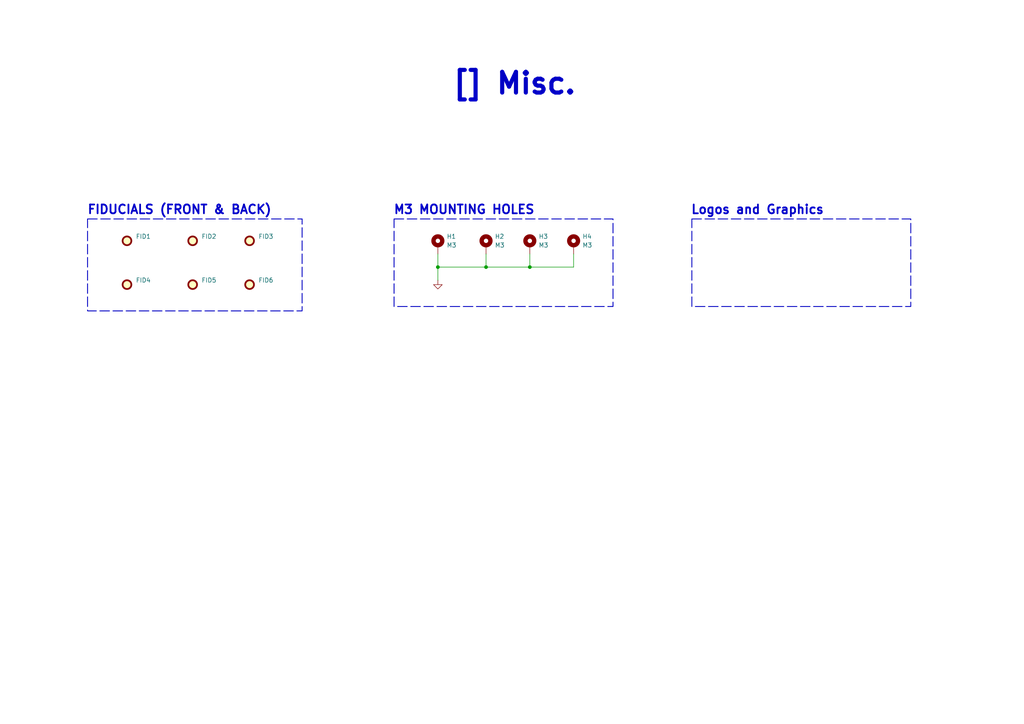
<source format=kicad_sch>
(kicad_sch (version 20250114) (generator "eeschema") (generator_version "9.0")
  (paper "A4")
  (title_block (title "Misc.") (date "2025-12-13") (rev "1.0") (company "Hoppen"))
  (lib_symbols
    (symbol "Mechanical:Fiducial" (in_bom no)
      (property "Reference" "FID" (at 0 5.08 0))
      (property "Value" "Fiducial" (at 0 3.175 0))
      (symbol "Fiducial_0_1"
        (circle (center 0 0) (radius 1.27) (stroke (width 0.508)) (fill (type background)))
      )
    )
    (symbol "Mechanical:MountingHole_Pad_MP" (pin_numbers (hide yes)) (pin_names (offset 1.016) (hide yes)) (in_bom no)
      (property "Reference" "H" (at 0 6.35 0))
      (property "Value" "MountingHole_Pad_MP" (at 0 4.445 0))
      (symbol "MountingHole_Pad_MP_0_1"
        (circle (center 0 1.27) (radius 1.27) (stroke (width 1.27)))
      )
      (symbol "MountingHole_Pad_MP_1_1"
        (pin input line (at 0 -2.54 90) (length 2.54) (name "MP") (number "MP"))
      )
    )
    (symbol "power:GND" (power) (pin_numbers (hide yes)) (pin_names (offset 0) (hide yes))
      (property "Value" "GND" (at 0 -3.81 0))
      (symbol "GND_0_1"
        (polyline (pts (xy 0 0) (xy 0 -1.27) (xy 1.27 -1.27) (xy 0 -2.54) (xy -1.27 -1.27) (xy 0 -1.27)))
      )
      (symbol "GND_1_1"
        (pin power_in line (at 0 0 270) (length 0) (name "~") (number "1"))
      )
    )
  )
  (rectangle (start 200.66 63.5) (end 264.16 88.9) (stroke (width 0.254) (type dash)))
  (rectangle (start 114.3 63.5) (end 177.8 88.9) (stroke (width 0.254) (type dash)))
  (rectangle (start 25.4 63.5) (end 87.63 90.17) (stroke (width 0.254) (type dash)))
  (text "FIDUCIALS (FRONT & BACK)" (at 52.07 60.96 0) (effects (font (size 2.54 2.54) (thickness 0.508) (bold yes))))
  (text "Logos and Graphics" (at 219.71 60.96 0) (effects (font (size 2.54 2.54) (thickness 0.508) (bold yes))))
  (text "M3 MOUNTING HOLES" (at 134.62 60.96 0) (effects (font (size 2.54 2.54) (thickness 0.508) (bold yes))))
  (text_box "[${#}] ${TITLE}" (at 50.8 17.78 0) (size 196.85 12.7) (margins 4.4999 4.4999 4.4999 4.4999) (stroke (width -0.0001)) (effects (font (size 6 6) (thickness 1.2) (bold yes))))
  (junction (at 127 77.47))
  (junction (at 153.67 77.47))
  (junction (at 140.97 77.47))
  (wire (pts (xy 127 73.66) (xy 127 77.47)))
  (wire (pts (xy 153.67 77.47) (xy 153.67 73.66)))
  (wire (pts (xy 166.37 77.47) (xy 166.37 73.66)))
  (wire (pts (xy 127 77.47) (xy 127 81.28)))
  (wire (pts (xy 140.97 77.47) (xy 153.67 77.47)))
  (wire (pts (xy 140.97 73.66) (xy 140.97 77.47)))
  (wire (pts (xy 153.67 77.47) (xy 166.37 77.47)))
  (wire (pts (xy 127 77.47) (xy 140.97 77.47)))
  (symbol (lib_id "Mechanical:MountingHole_Pad_MP") (at 153.67 71.12 0) (unit 1) (in_bom no)
    (property "Reference" "H3" (at 156.21 68.5799 0) (effects (justify left)))
    (property "Value" "M3" (at 156.21 71.1199 0) (effects (justify left)))
    (property "Footprint" "MountingHole:MountingHole_3.2mm_M3_Pad_Via" (effects (hide yes)))
    (property "Description" "Mounting Hole with connection as pad named MP" (effects (hide yes)))
  )
  (symbol (lib_id "Mechanical:MountingHole_Pad_MP") (at 166.37 71.12 0) (unit 1) (in_bom no)
    (property "Reference" "H4" (at 168.91 68.5799 0) (effects (justify left)))
    (property "Value" "M3" (at 168.91 71.1199 0) (effects (justify left)))
    (property "Footprint" "MountingHole:MountingHole_3.2mm_M3_Pad_Via" (effects (hide yes)))
    (property "Description" "Mounting Hole with connection as pad named MP" (effects (hide yes)))
  )
  (symbol (lib_id "Mechanical:Fiducial") (at 55.88 69.85 0) (unit 1) (in_bom no)
    (property "Reference" "FID2" (at 58.42 68.5799 0) (effects (justify left)))
    (property "Value" "Fiducial" (effects (hide yes)))
    (property "Footprint" "Fiducial:Fiducial_1mm_Mask3mm" (effects (hide yes)))
    (property "Description" "Fiducial Marker" (effects (hide yes)))
  )
  (symbol (lib_id "Mechanical:Fiducial") (at 55.88 82.55 0) (unit 1) (in_bom no)
    (property "Reference" "FID5" (at 58.42 81.2799 0) (effects (justify left)))
    (property "Value" "Fiducial" (effects (hide yes)))
    (property "Footprint" "Fiducial:Fiducial_1mm_Mask3mm" (effects (hide yes)))
    (property "Description" "Fiducial Marker" (effects (hide yes)))
  )
  (symbol (lib_id "Mechanical:MountingHole_Pad_MP") (at 140.97 71.12 0) (unit 1) (in_bom no)
    (property "Reference" "H2" (at 143.51 68.5799 0) (effects (justify left)))
    (property "Value" "M3" (at 143.51 71.1199 0) (effects (justify left)))
    (property "Footprint" "MountingHole:MountingHole_3.2mm_M3_Pad_Via" (effects (hide yes)))
    (property "Description" "Mounting Hole with connection as pad named MP" (effects (hide yes)))
  )
  (symbol (lib_id "Mechanical:Fiducial") (at 72.39 82.55 0) (unit 1) (in_bom no)
    (property "Reference" "FID6" (at 74.93 81.2799 0) (effects (justify left)))
    (property "Value" "Fiducial" (effects (hide yes)))
    (property "Footprint" "Fiducial:Fiducial_1mm_Mask3mm" (effects (hide yes)))
    (property "Description" "Fiducial Marker" (effects (hide yes)))
  )
  (symbol (lib_id "power:GND") (at 127 81.28 0) (unit 1)
    (property "Reference" "#PWR085" (effects (hide yes)))
    (property "Value" "GND" (effects (hide yes)))
    (property "Description" "Power symbol creates a global label with name \"GND\" , ground" (effects (hide yes)))
  )
  (symbol (lib_id "Mechanical:Fiducial") (at 36.83 69.85 0) (unit 1) (in_bom no)
    (property "Reference" "FID1" (at 39.37 68.5799 0) (effects (justify left)))
    (property "Value" "Fiducial" (effects (hide yes)))
    (property "Footprint" "Fiducial:Fiducial_1mm_Mask3mm" (effects (hide yes)))
    (property "Description" "Fiducial Marker" (effects (hide yes)))
  )
  (symbol (lib_id "Mechanical:Fiducial") (at 72.39 69.85 0) (unit 1) (in_bom no)
    (property "Reference" "FID3" (at 74.93 68.5799 0) (effects (justify left)))
    (property "Value" "Fiducial" (effects (hide yes)))
    (property "Footprint" "Fiducial:Fiducial_1mm_Mask3mm" (effects (hide yes)))
    (property "Description" "Fiducial Marker" (effects (hide yes)))
  )
  (symbol (lib_id "Mechanical:MountingHole_Pad_MP") (at 127 71.12 0) (unit 1) (in_bom no)
    (property "Reference" "H1" (at 129.54 68.5799 0) (effects (justify left)))
    (property "Value" "M3" (at 129.54 71.1199 0) (effects (justify left)))
    (property "Footprint" "MountingHole:MountingHole_3.2mm_M3_Pad_Via" (effects (hide yes)))
    (property "Description" "Mounting Hole with connection as pad named MP" (effects (hide yes)))
  )
  (symbol (lib_id "Mechanical:Fiducial") (at 36.83 82.55 0) (unit 1) (in_bom no)
    (property "Reference" "FID4" (at 39.37 81.2799 0) (effects (justify left)))
    (property "Value" "Fiducial" (effects (hide yes)))
    (property "Footprint" "Fiducial:Fiducial_1mm_Mask3mm" (effects (hide yes)))
    (property "Description" "Fiducial Marker" (effects (hide yes)))
  )
)
</source>
